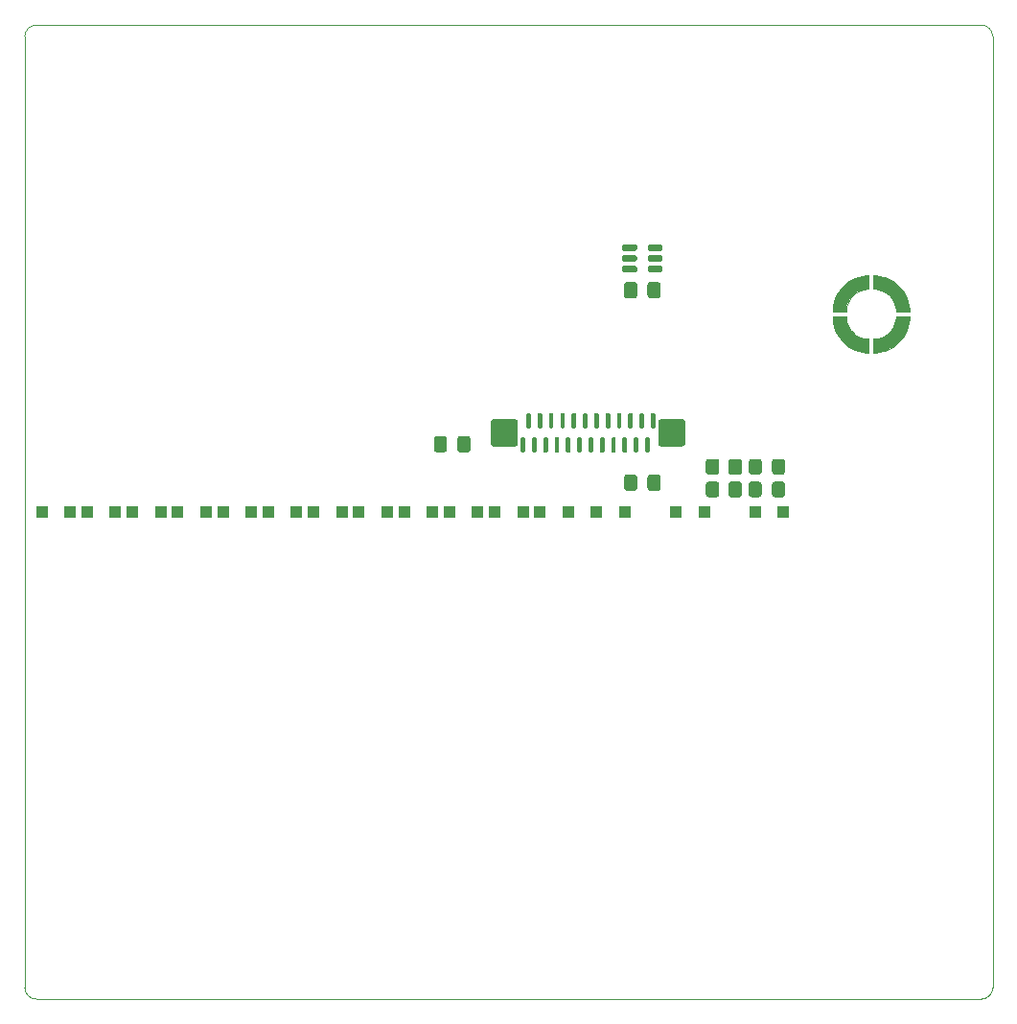
<source format=gtp>
G04 #@! TF.GenerationSoftware,KiCad,Pcbnew,6.0.10+dfsg-1~bpo11+1*
G04 #@! TF.CreationDate,2025-01-07T06:02:24+00:00*
G04 #@! TF.ProjectId,project,70726f6a-6563-4742-9e6b-696361645f70,rev?*
G04 #@! TF.SameCoordinates,Original*
G04 #@! TF.FileFunction,Paste,Top*
G04 #@! TF.FilePolarity,Positive*
%FSLAX46Y46*%
G04 Gerber Fmt 4.6, Leading zero omitted, Abs format (unit mm)*
G04 Created by KiCad (PCBNEW 6.0.10+dfsg-1~bpo11+1) date 2025-01-07 06:02:24*
%MOMM*%
%LPD*%
G01*
G04 APERTURE LIST*
G04 #@! TA.AperFunction,Profile*
%ADD10C,0.100000*%
G04 #@! TD*
%ADD11C,0.120000*%
%ADD12R,1.000000X1.000000*%
G04 APERTURE END LIST*
D10*
X125512500Y-133037500D02*
G75*
G03*
X126512500Y-134037500I1000000J0D01*
G01*
X211012500Y-49037500D02*
X211012500Y-133037500D01*
X210012500Y-134037500D02*
X126512500Y-134037500D01*
X126512500Y-48037500D02*
X210012500Y-48037500D01*
X210012500Y-134037500D02*
G75*
G03*
X211012500Y-133037500I0J1000000D01*
G01*
X211012500Y-49037500D02*
G75*
G03*
X210012500Y-48037500I-1000000J0D01*
G01*
X126512500Y-48037500D02*
G75*
G03*
X125512500Y-49037500I0J-1000000D01*
G01*
X125512500Y-133037500D02*
X125512500Y-49037500D01*
G36*
X203660075Y-73917072D02*
G01*
X203619864Y-74273958D01*
X203539947Y-74624097D01*
X203421329Y-74963087D01*
X203265503Y-75286665D01*
X203074427Y-75590761D01*
X202850504Y-75871551D01*
X202596551Y-76125504D01*
X202315761Y-76349427D01*
X202011665Y-76540503D01*
X201688087Y-76696329D01*
X201349097Y-76814947D01*
X200998958Y-76894864D01*
X200642072Y-76935075D01*
X200462500Y-76937500D01*
X200462500Y-75737500D01*
X200605369Y-75735072D01*
X200888199Y-75694408D01*
X201162363Y-75613906D01*
X201422280Y-75495206D01*
X201662659Y-75340724D01*
X201878605Y-75153605D01*
X202065724Y-74937659D01*
X202220206Y-74697280D01*
X202338906Y-74437363D01*
X202419408Y-74163199D01*
X202460072Y-73880369D01*
X202462500Y-73737500D01*
X203662500Y-73737500D01*
X203660075Y-73917072D01*
G37*
D11*
X203660075Y-73917072D02*
X203619864Y-74273958D01*
X203539947Y-74624097D01*
X203421329Y-74963087D01*
X203265503Y-75286665D01*
X203074427Y-75590761D01*
X202850504Y-75871551D01*
X202596551Y-76125504D01*
X202315761Y-76349427D01*
X202011665Y-76540503D01*
X201688087Y-76696329D01*
X201349097Y-76814947D01*
X200998958Y-76894864D01*
X200642072Y-76935075D01*
X200462500Y-76937500D01*
X200462500Y-75737500D01*
X200605369Y-75735072D01*
X200888199Y-75694408D01*
X201162363Y-75613906D01*
X201422280Y-75495206D01*
X201662659Y-75340724D01*
X201878605Y-75153605D01*
X202065724Y-74937659D01*
X202220206Y-74697280D01*
X202338906Y-74437363D01*
X202419408Y-74163199D01*
X202460072Y-73880369D01*
X202462500Y-73737500D01*
X203662500Y-73737500D01*
X203660075Y-73917072D01*
G36*
X200062500Y-71337500D02*
G01*
X199919631Y-71339928D01*
X199636801Y-71380592D01*
X199362637Y-71461094D01*
X199102720Y-71579794D01*
X198862341Y-71734276D01*
X198646395Y-71921395D01*
X198459276Y-72137341D01*
X198304794Y-72377720D01*
X198186094Y-72637637D01*
X198105592Y-72911801D01*
X198064928Y-73194631D01*
X198062500Y-73337500D01*
X196862500Y-73337500D01*
X196864925Y-73157928D01*
X196905136Y-72801042D01*
X196985053Y-72450903D01*
X197103671Y-72111913D01*
X197259497Y-71788335D01*
X197450573Y-71484239D01*
X197674496Y-71203449D01*
X197928449Y-70949496D01*
X198209239Y-70725573D01*
X198513335Y-70534497D01*
X198836913Y-70378671D01*
X199175903Y-70260053D01*
X199526042Y-70180136D01*
X199882928Y-70139925D01*
X200062500Y-70137500D01*
X200062500Y-71337500D01*
G37*
X200062500Y-71337500D02*
X199919631Y-71339928D01*
X199636801Y-71380592D01*
X199362637Y-71461094D01*
X199102720Y-71579794D01*
X198862341Y-71734276D01*
X198646395Y-71921395D01*
X198459276Y-72137341D01*
X198304794Y-72377720D01*
X198186094Y-72637637D01*
X198105592Y-72911801D01*
X198064928Y-73194631D01*
X198062500Y-73337500D01*
X196862500Y-73337500D01*
X196864925Y-73157928D01*
X196905136Y-72801042D01*
X196985053Y-72450903D01*
X197103671Y-72111913D01*
X197259497Y-71788335D01*
X197450573Y-71484239D01*
X197674496Y-71203449D01*
X197928449Y-70949496D01*
X198209239Y-70725573D01*
X198513335Y-70534497D01*
X198836913Y-70378671D01*
X199175903Y-70260053D01*
X199526042Y-70180136D01*
X199882928Y-70139925D01*
X200062500Y-70137500D01*
X200062500Y-71337500D01*
G36*
X200642067Y-70140017D02*
G01*
X200998942Y-70180227D01*
X201349072Y-70260142D01*
X201688052Y-70378756D01*
X202011620Y-70534579D01*
X202315707Y-70725649D01*
X202596489Y-70949565D01*
X202850435Y-71203511D01*
X203074351Y-71484293D01*
X203265421Y-71788380D01*
X203421244Y-72111948D01*
X203539858Y-72450928D01*
X203619773Y-72801058D01*
X203659983Y-73157933D01*
X203662500Y-73337500D01*
X202462500Y-73337500D01*
X202460072Y-73194631D01*
X202419408Y-72911801D01*
X202338906Y-72637637D01*
X202220206Y-72377720D01*
X202065724Y-72137341D01*
X201878605Y-71921395D01*
X201662659Y-71734276D01*
X201422280Y-71579794D01*
X201162363Y-71461094D01*
X200888199Y-71380592D01*
X200605369Y-71339928D01*
X200462500Y-71337500D01*
X200462500Y-70137500D01*
X200642067Y-70140017D01*
G37*
X200642067Y-70140017D02*
X200998942Y-70180227D01*
X201349072Y-70260142D01*
X201688052Y-70378756D01*
X202011620Y-70534579D01*
X202315707Y-70725649D01*
X202596489Y-70949565D01*
X202850435Y-71203511D01*
X203074351Y-71484293D01*
X203265421Y-71788380D01*
X203421244Y-72111948D01*
X203539858Y-72450928D01*
X203619773Y-72801058D01*
X203659983Y-73157933D01*
X203662500Y-73337500D01*
X202462500Y-73337500D01*
X202460072Y-73194631D01*
X202419408Y-72911801D01*
X202338906Y-72637637D01*
X202220206Y-72377720D01*
X202065724Y-72137341D01*
X201878605Y-71921395D01*
X201662659Y-71734276D01*
X201422280Y-71579794D01*
X201162363Y-71461094D01*
X200888199Y-71380592D01*
X200605369Y-71339928D01*
X200462500Y-71337500D01*
X200462500Y-70137500D01*
X200642067Y-70140017D01*
G36*
X198064928Y-73880369D02*
G01*
X198105592Y-74163199D01*
X198186094Y-74437363D01*
X198304794Y-74697280D01*
X198459276Y-74937659D01*
X198646395Y-75153605D01*
X198862341Y-75340724D01*
X199102720Y-75495206D01*
X199362637Y-75613906D01*
X199636801Y-75694408D01*
X199919631Y-75735072D01*
X200062500Y-75737500D01*
X200062500Y-76937500D01*
X199882928Y-76935075D01*
X199526042Y-76894864D01*
X199175903Y-76814947D01*
X198836913Y-76696329D01*
X198513335Y-76540503D01*
X198209239Y-76349427D01*
X197928449Y-76125504D01*
X197674496Y-75871551D01*
X197450573Y-75590761D01*
X197259497Y-75286665D01*
X197103671Y-74963087D01*
X196985053Y-74624097D01*
X196905136Y-74273958D01*
X196864925Y-73917072D01*
X196862500Y-73737500D01*
X198062500Y-73737500D01*
X198064928Y-73880369D01*
G37*
X198064928Y-73880369D02*
X198105592Y-74163199D01*
X198186094Y-74437363D01*
X198304794Y-74697280D01*
X198459276Y-74937659D01*
X198646395Y-75153605D01*
X198862341Y-75340724D01*
X199102720Y-75495206D01*
X199362637Y-75613906D01*
X199636801Y-75694408D01*
X199919631Y-75735072D01*
X200062500Y-75737500D01*
X200062500Y-76937500D01*
X199882928Y-76935075D01*
X199526042Y-76894864D01*
X199175903Y-76814947D01*
X198836913Y-76696329D01*
X198513335Y-76540503D01*
X198209239Y-76349427D01*
X197928449Y-76125504D01*
X197674496Y-75871551D01*
X197450573Y-75590761D01*
X197259497Y-75286665D01*
X197103671Y-74963087D01*
X196985053Y-74624097D01*
X196905136Y-74273958D01*
X196864925Y-73917072D01*
X196862500Y-73737500D01*
X198062500Y-73737500D01*
X198064928Y-73880369D01*
D12*
X139012500Y-91037500D03*
X141512500Y-91037500D03*
X147012500Y-91037500D03*
X149512500Y-91037500D03*
X153512500Y-91037500D03*
X151012500Y-91037500D03*
G36*
G01*
X192662500Y-88587500D02*
X192662500Y-89487500D01*
G75*
G02*
X192412500Y-89737500I-250000J0D01*
G01*
X191762500Y-89737500D01*
G75*
G02*
X191512500Y-89487500I0J250000D01*
G01*
X191512500Y-88587500D01*
G75*
G02*
X191762500Y-88337500I250000J0D01*
G01*
X192412500Y-88337500D01*
G75*
G02*
X192662500Y-88587500I0J-250000D01*
G01*
G37*
G36*
G01*
X190612500Y-88587500D02*
X190612500Y-89487500D01*
G75*
G02*
X190362500Y-89737500I-250000J0D01*
G01*
X189712500Y-89737500D01*
G75*
G02*
X189462500Y-89487500I0J250000D01*
G01*
X189462500Y-88587500D01*
G75*
G02*
X189712500Y-88337500I250000J0D01*
G01*
X190362500Y-88337500D01*
G75*
G02*
X190612500Y-88587500I0J-250000D01*
G01*
G37*
X161512500Y-91037500D03*
X159012500Y-91037500D03*
G36*
G01*
X178262500Y-67837500D02*
X178262500Y-67537500D01*
G75*
G02*
X178412500Y-67387500I150000J0D01*
G01*
X179437500Y-67387500D01*
G75*
G02*
X179587500Y-67537500I0J-150000D01*
G01*
X179587500Y-67837500D01*
G75*
G02*
X179437500Y-67987500I-150000J0D01*
G01*
X178412500Y-67987500D01*
G75*
G02*
X178262500Y-67837500I0J150000D01*
G01*
G37*
G36*
G01*
X178262500Y-68787500D02*
X178262500Y-68487500D01*
G75*
G02*
X178412500Y-68337500I150000J0D01*
G01*
X179437500Y-68337500D01*
G75*
G02*
X179587500Y-68487500I0J-150000D01*
G01*
X179587500Y-68787500D01*
G75*
G02*
X179437500Y-68937500I-150000J0D01*
G01*
X178412500Y-68937500D01*
G75*
G02*
X178262500Y-68787500I0J150000D01*
G01*
G37*
G36*
G01*
X178262500Y-69737500D02*
X178262500Y-69437500D01*
G75*
G02*
X178412500Y-69287500I150000J0D01*
G01*
X179437500Y-69287500D01*
G75*
G02*
X179587500Y-69437500I0J-150000D01*
G01*
X179587500Y-69737500D01*
G75*
G02*
X179437500Y-69887500I-150000J0D01*
G01*
X178412500Y-69887500D01*
G75*
G02*
X178262500Y-69737500I0J150000D01*
G01*
G37*
G36*
G01*
X180537500Y-69737500D02*
X180537500Y-69437500D01*
G75*
G02*
X180687500Y-69287500I150000J0D01*
G01*
X181712500Y-69287500D01*
G75*
G02*
X181862500Y-69437500I0J-150000D01*
G01*
X181862500Y-69737500D01*
G75*
G02*
X181712500Y-69887500I-150000J0D01*
G01*
X180687500Y-69887500D01*
G75*
G02*
X180537500Y-69737500I0J150000D01*
G01*
G37*
G36*
G01*
X180537500Y-68787500D02*
X180537500Y-68487500D01*
G75*
G02*
X180687500Y-68337500I150000J0D01*
G01*
X181712500Y-68337500D01*
G75*
G02*
X181862500Y-68487500I0J-150000D01*
G01*
X181862500Y-68787500D01*
G75*
G02*
X181712500Y-68937500I-150000J0D01*
G01*
X180687500Y-68937500D01*
G75*
G02*
X180537500Y-68787500I0J150000D01*
G01*
G37*
G36*
G01*
X180537500Y-67837500D02*
X180537500Y-67537500D01*
G75*
G02*
X180687500Y-67387500I150000J0D01*
G01*
X181712500Y-67387500D01*
G75*
G02*
X181862500Y-67537500I0J-150000D01*
G01*
X181862500Y-67837500D01*
G75*
G02*
X181712500Y-67987500I-150000J0D01*
G01*
X180687500Y-67987500D01*
G75*
G02*
X180537500Y-67837500I0J150000D01*
G01*
G37*
X163012500Y-91037500D03*
X165512500Y-91037500D03*
G36*
G01*
X185662500Y-87487500D02*
X185662500Y-86587500D01*
G75*
G02*
X185912500Y-86337500I250000J0D01*
G01*
X186612500Y-86337500D01*
G75*
G02*
X186862500Y-86587500I0J-250000D01*
G01*
X186862500Y-87487500D01*
G75*
G02*
X186612500Y-87737500I-250000J0D01*
G01*
X185912500Y-87737500D01*
G75*
G02*
X185662500Y-87487500I0J250000D01*
G01*
G37*
G36*
G01*
X187662500Y-87487500D02*
X187662500Y-86587500D01*
G75*
G02*
X187912500Y-86337500I250000J0D01*
G01*
X188612500Y-86337500D01*
G75*
G02*
X188862500Y-86587500I0J-250000D01*
G01*
X188862500Y-87487500D01*
G75*
G02*
X188612500Y-87737500I-250000J0D01*
G01*
X187912500Y-87737500D01*
G75*
G02*
X187662500Y-87487500I0J250000D01*
G01*
G37*
G36*
G01*
X161637500Y-85512500D02*
X161637500Y-84562500D01*
G75*
G02*
X161887500Y-84312500I250000J0D01*
G01*
X162562500Y-84312500D01*
G75*
G02*
X162812500Y-84562500I0J-250000D01*
G01*
X162812500Y-85512500D01*
G75*
G02*
X162562500Y-85762500I-250000J0D01*
G01*
X161887500Y-85762500D01*
G75*
G02*
X161637500Y-85512500I0J250000D01*
G01*
G37*
G36*
G01*
X163712500Y-85512500D02*
X163712500Y-84562500D01*
G75*
G02*
X163962500Y-84312500I250000J0D01*
G01*
X164637500Y-84312500D01*
G75*
G02*
X164887500Y-84562500I0J-250000D01*
G01*
X164887500Y-85512500D01*
G75*
G02*
X164637500Y-85762500I-250000J0D01*
G01*
X163962500Y-85762500D01*
G75*
G02*
X163712500Y-85512500I0J250000D01*
G01*
G37*
G36*
G01*
X169712500Y-84537500D02*
X169712500Y-85687500D01*
G75*
G02*
X169612500Y-85787500I-100000J0D01*
G01*
X169412500Y-85787500D01*
G75*
G02*
X169312500Y-85687500I0J100000D01*
G01*
X169312500Y-84537500D01*
G75*
G02*
X169412500Y-84437500I100000J0D01*
G01*
X169612500Y-84437500D01*
G75*
G02*
X169712500Y-84537500I0J-100000D01*
G01*
G37*
G36*
G01*
X170212500Y-82387500D02*
X170212500Y-83537500D01*
G75*
G02*
X170112500Y-83637500I-100000J0D01*
G01*
X169912500Y-83637500D01*
G75*
G02*
X169812500Y-83537500I0J100000D01*
G01*
X169812500Y-82387500D01*
G75*
G02*
X169912500Y-82287500I100000J0D01*
G01*
X170112500Y-82287500D01*
G75*
G02*
X170212500Y-82387500I0J-100000D01*
G01*
G37*
G36*
G01*
X170712500Y-84537500D02*
X170712500Y-85687500D01*
G75*
G02*
X170612500Y-85787500I-100000J0D01*
G01*
X170412500Y-85787500D01*
G75*
G02*
X170312500Y-85687500I0J100000D01*
G01*
X170312500Y-84537500D01*
G75*
G02*
X170412500Y-84437500I100000J0D01*
G01*
X170612500Y-84437500D01*
G75*
G02*
X170712500Y-84537500I0J-100000D01*
G01*
G37*
G36*
G01*
X171212500Y-82387500D02*
X171212500Y-83537500D01*
G75*
G02*
X171112500Y-83637500I-100000J0D01*
G01*
X170912500Y-83637500D01*
G75*
G02*
X170812500Y-83537500I0J100000D01*
G01*
X170812500Y-82387500D01*
G75*
G02*
X170912500Y-82287500I100000J0D01*
G01*
X171112500Y-82287500D01*
G75*
G02*
X171212500Y-82387500I0J-100000D01*
G01*
G37*
G36*
G01*
X171712500Y-84537500D02*
X171712500Y-85687500D01*
G75*
G02*
X171612500Y-85787500I-100000J0D01*
G01*
X171412500Y-85787500D01*
G75*
G02*
X171312500Y-85687500I0J100000D01*
G01*
X171312500Y-84537500D01*
G75*
G02*
X171412500Y-84437500I100000J0D01*
G01*
X171612500Y-84437500D01*
G75*
G02*
X171712500Y-84537500I0J-100000D01*
G01*
G37*
G36*
G01*
X172212500Y-82387500D02*
X172212500Y-83537500D01*
G75*
G02*
X172112500Y-83637500I-100000J0D01*
G01*
X171912500Y-83637500D01*
G75*
G02*
X171812500Y-83537500I0J100000D01*
G01*
X171812500Y-82387500D01*
G75*
G02*
X171912500Y-82287500I100000J0D01*
G01*
X172112500Y-82287500D01*
G75*
G02*
X172212500Y-82387500I0J-100000D01*
G01*
G37*
G36*
G01*
X172712500Y-84537500D02*
X172712500Y-85687500D01*
G75*
G02*
X172612500Y-85787500I-100000J0D01*
G01*
X172412500Y-85787500D01*
G75*
G02*
X172312500Y-85687500I0J100000D01*
G01*
X172312500Y-84537500D01*
G75*
G02*
X172412500Y-84437500I100000J0D01*
G01*
X172612500Y-84437500D01*
G75*
G02*
X172712500Y-84537500I0J-100000D01*
G01*
G37*
G36*
G01*
X173212500Y-82387500D02*
X173212500Y-83537500D01*
G75*
G02*
X173112500Y-83637500I-100000J0D01*
G01*
X172912500Y-83637500D01*
G75*
G02*
X172812500Y-83537500I0J100000D01*
G01*
X172812500Y-82387500D01*
G75*
G02*
X172912500Y-82287500I100000J0D01*
G01*
X173112500Y-82287500D01*
G75*
G02*
X173212500Y-82387500I0J-100000D01*
G01*
G37*
G36*
G01*
X173712500Y-84537500D02*
X173712500Y-85687500D01*
G75*
G02*
X173612500Y-85787500I-100000J0D01*
G01*
X173412500Y-85787500D01*
G75*
G02*
X173312500Y-85687500I0J100000D01*
G01*
X173312500Y-84537500D01*
G75*
G02*
X173412500Y-84437500I100000J0D01*
G01*
X173612500Y-84437500D01*
G75*
G02*
X173712500Y-84537500I0J-100000D01*
G01*
G37*
G36*
G01*
X174212500Y-82387500D02*
X174212500Y-83537500D01*
G75*
G02*
X174112500Y-83637500I-100000J0D01*
G01*
X173912500Y-83637500D01*
G75*
G02*
X173812500Y-83537500I0J100000D01*
G01*
X173812500Y-82387500D01*
G75*
G02*
X173912500Y-82287500I100000J0D01*
G01*
X174112500Y-82287500D01*
G75*
G02*
X174212500Y-82387500I0J-100000D01*
G01*
G37*
G36*
G01*
X174712500Y-84537500D02*
X174712500Y-85687500D01*
G75*
G02*
X174612500Y-85787500I-100000J0D01*
G01*
X174412500Y-85787500D01*
G75*
G02*
X174312500Y-85687500I0J100000D01*
G01*
X174312500Y-84537500D01*
G75*
G02*
X174412500Y-84437500I100000J0D01*
G01*
X174612500Y-84437500D01*
G75*
G02*
X174712500Y-84537500I0J-100000D01*
G01*
G37*
G36*
G01*
X175212500Y-82387500D02*
X175212500Y-83537500D01*
G75*
G02*
X175112500Y-83637500I-100000J0D01*
G01*
X174912500Y-83637500D01*
G75*
G02*
X174812500Y-83537500I0J100000D01*
G01*
X174812500Y-82387500D01*
G75*
G02*
X174912500Y-82287500I100000J0D01*
G01*
X175112500Y-82287500D01*
G75*
G02*
X175212500Y-82387500I0J-100000D01*
G01*
G37*
G36*
G01*
X175712500Y-84537500D02*
X175712500Y-85687500D01*
G75*
G02*
X175612500Y-85787500I-100000J0D01*
G01*
X175412500Y-85787500D01*
G75*
G02*
X175312500Y-85687500I0J100000D01*
G01*
X175312500Y-84537500D01*
G75*
G02*
X175412500Y-84437500I100000J0D01*
G01*
X175612500Y-84437500D01*
G75*
G02*
X175712500Y-84537500I0J-100000D01*
G01*
G37*
G36*
G01*
X176212500Y-82387500D02*
X176212500Y-83537500D01*
G75*
G02*
X176112500Y-83637500I-100000J0D01*
G01*
X175912500Y-83637500D01*
G75*
G02*
X175812500Y-83537500I0J100000D01*
G01*
X175812500Y-82387500D01*
G75*
G02*
X175912500Y-82287500I100000J0D01*
G01*
X176112500Y-82287500D01*
G75*
G02*
X176212500Y-82387500I0J-100000D01*
G01*
G37*
G36*
G01*
X176712500Y-84537500D02*
X176712500Y-85687500D01*
G75*
G02*
X176612500Y-85787500I-100000J0D01*
G01*
X176412500Y-85787500D01*
G75*
G02*
X176312500Y-85687500I0J100000D01*
G01*
X176312500Y-84537500D01*
G75*
G02*
X176412500Y-84437500I100000J0D01*
G01*
X176612500Y-84437500D01*
G75*
G02*
X176712500Y-84537500I0J-100000D01*
G01*
G37*
G36*
G01*
X177212500Y-82387500D02*
X177212500Y-83537500D01*
G75*
G02*
X177112500Y-83637500I-100000J0D01*
G01*
X176912500Y-83637500D01*
G75*
G02*
X176812500Y-83537500I0J100000D01*
G01*
X176812500Y-82387500D01*
G75*
G02*
X176912500Y-82287500I100000J0D01*
G01*
X177112500Y-82287500D01*
G75*
G02*
X177212500Y-82387500I0J-100000D01*
G01*
G37*
G36*
G01*
X177712500Y-84537500D02*
X177712500Y-85687500D01*
G75*
G02*
X177612500Y-85787500I-100000J0D01*
G01*
X177412500Y-85787500D01*
G75*
G02*
X177312500Y-85687500I0J100000D01*
G01*
X177312500Y-84537500D01*
G75*
G02*
X177412500Y-84437500I100000J0D01*
G01*
X177612500Y-84437500D01*
G75*
G02*
X177712500Y-84537500I0J-100000D01*
G01*
G37*
G36*
G01*
X178212500Y-82387500D02*
X178212500Y-83537500D01*
G75*
G02*
X178112500Y-83637500I-100000J0D01*
G01*
X177912500Y-83637500D01*
G75*
G02*
X177812500Y-83537500I0J100000D01*
G01*
X177812500Y-82387500D01*
G75*
G02*
X177912500Y-82287500I100000J0D01*
G01*
X178112500Y-82287500D01*
G75*
G02*
X178212500Y-82387500I0J-100000D01*
G01*
G37*
G36*
G01*
X178712500Y-84537500D02*
X178712500Y-85687500D01*
G75*
G02*
X178612500Y-85787500I-100000J0D01*
G01*
X178412500Y-85787500D01*
G75*
G02*
X178312500Y-85687500I0J100000D01*
G01*
X178312500Y-84537500D01*
G75*
G02*
X178412500Y-84437500I100000J0D01*
G01*
X178612500Y-84437500D01*
G75*
G02*
X178712500Y-84537500I0J-100000D01*
G01*
G37*
G36*
G01*
X179212500Y-82387500D02*
X179212500Y-83537500D01*
G75*
G02*
X179112500Y-83637500I-100000J0D01*
G01*
X178912500Y-83637500D01*
G75*
G02*
X178812500Y-83537500I0J100000D01*
G01*
X178812500Y-82387500D01*
G75*
G02*
X178912500Y-82287500I100000J0D01*
G01*
X179112500Y-82287500D01*
G75*
G02*
X179212500Y-82387500I0J-100000D01*
G01*
G37*
G36*
G01*
X179712500Y-84537500D02*
X179712500Y-85687500D01*
G75*
G02*
X179612500Y-85787500I-100000J0D01*
G01*
X179412500Y-85787500D01*
G75*
G02*
X179312500Y-85687500I0J100000D01*
G01*
X179312500Y-84537500D01*
G75*
G02*
X179412500Y-84437500I100000J0D01*
G01*
X179612500Y-84437500D01*
G75*
G02*
X179712500Y-84537500I0J-100000D01*
G01*
G37*
G36*
G01*
X180212500Y-82387500D02*
X180212500Y-83537500D01*
G75*
G02*
X180112500Y-83637500I-100000J0D01*
G01*
X179912500Y-83637500D01*
G75*
G02*
X179812500Y-83537500I0J100000D01*
G01*
X179812500Y-82387500D01*
G75*
G02*
X179912500Y-82287500I100000J0D01*
G01*
X180112500Y-82287500D01*
G75*
G02*
X180212500Y-82387500I0J-100000D01*
G01*
G37*
G36*
G01*
X180712500Y-84537500D02*
X180712500Y-85687500D01*
G75*
G02*
X180612500Y-85787500I-100000J0D01*
G01*
X180412500Y-85787500D01*
G75*
G02*
X180312500Y-85687500I0J100000D01*
G01*
X180312500Y-84537500D01*
G75*
G02*
X180412500Y-84437500I100000J0D01*
G01*
X180612500Y-84437500D01*
G75*
G02*
X180712500Y-84537500I0J-100000D01*
G01*
G37*
G36*
G01*
X181212500Y-82387500D02*
X181212500Y-83537500D01*
G75*
G02*
X181112500Y-83637500I-100000J0D01*
G01*
X180912500Y-83637500D01*
G75*
G02*
X180812500Y-83537500I0J100000D01*
G01*
X180812500Y-82387500D01*
G75*
G02*
X180912500Y-82287500I100000J0D01*
G01*
X181112500Y-82287500D01*
G75*
G02*
X181212500Y-82387500I0J-100000D01*
G01*
G37*
G36*
G01*
X169062500Y-83077500D02*
X169062500Y-84997500D01*
G75*
G02*
X168822500Y-85237500I-240000J0D01*
G01*
X166902500Y-85237500D01*
G75*
G02*
X166662500Y-84997500I0J240000D01*
G01*
X166662500Y-83077500D01*
G75*
G02*
X166902500Y-82837500I240000J0D01*
G01*
X168822500Y-82837500D01*
G75*
G02*
X169062500Y-83077500I0J-240000D01*
G01*
G37*
G36*
G01*
X183862500Y-83077500D02*
X183862500Y-84997500D01*
G75*
G02*
X183622500Y-85237500I-240000J0D01*
G01*
X181702500Y-85237500D01*
G75*
G02*
X181462500Y-84997500I0J240000D01*
G01*
X181462500Y-83077500D01*
G75*
G02*
X181702500Y-82837500I240000J0D01*
G01*
X183622500Y-82837500D01*
G75*
G02*
X183862500Y-83077500I0J-240000D01*
G01*
G37*
X145512500Y-91037500D03*
X143012500Y-91037500D03*
G36*
G01*
X185662500Y-89487500D02*
X185662500Y-88587500D01*
G75*
G02*
X185912500Y-88337500I250000J0D01*
G01*
X186612500Y-88337500D01*
G75*
G02*
X186862500Y-88587500I0J-250000D01*
G01*
X186862500Y-89487500D01*
G75*
G02*
X186612500Y-89737500I-250000J0D01*
G01*
X185912500Y-89737500D01*
G75*
G02*
X185662500Y-89487500I0J250000D01*
G01*
G37*
G36*
G01*
X187662500Y-89487500D02*
X187662500Y-88587500D01*
G75*
G02*
X187912500Y-88337500I250000J0D01*
G01*
X188612500Y-88337500D01*
G75*
G02*
X188862500Y-88587500I0J-250000D01*
G01*
X188862500Y-89487500D01*
G75*
G02*
X188612500Y-89737500I-250000J0D01*
G01*
X187912500Y-89737500D01*
G75*
G02*
X187662500Y-89487500I0J250000D01*
G01*
G37*
X131012500Y-91037500D03*
X133512500Y-91037500D03*
X129512500Y-91037500D03*
X127012500Y-91037500D03*
X178512500Y-91037500D03*
X176012500Y-91037500D03*
X185512500Y-91037500D03*
X183012500Y-91037500D03*
G36*
G01*
X192662500Y-86587500D02*
X192662500Y-87487500D01*
G75*
G02*
X192412500Y-87737500I-250000J0D01*
G01*
X191762500Y-87737500D01*
G75*
G02*
X191512500Y-87487500I0J250000D01*
G01*
X191512500Y-86587500D01*
G75*
G02*
X191762500Y-86337500I250000J0D01*
G01*
X192412500Y-86337500D01*
G75*
G02*
X192662500Y-86587500I0J-250000D01*
G01*
G37*
G36*
G01*
X190612500Y-86587500D02*
X190612500Y-87487500D01*
G75*
G02*
X190362500Y-87737500I-250000J0D01*
G01*
X189712500Y-87737500D01*
G75*
G02*
X189462500Y-87487500I0J250000D01*
G01*
X189462500Y-86587500D01*
G75*
G02*
X189712500Y-86337500I250000J0D01*
G01*
X190362500Y-86337500D01*
G75*
G02*
X190612500Y-86587500I0J-250000D01*
G01*
G37*
X173512500Y-91037500D03*
X171012500Y-91037500D03*
G36*
G01*
X181687500Y-70962500D02*
X181687500Y-71912500D01*
G75*
G02*
X181437500Y-72162500I-250000J0D01*
G01*
X180762500Y-72162500D01*
G75*
G02*
X180512500Y-71912500I0J250000D01*
G01*
X180512500Y-70962500D01*
G75*
G02*
X180762500Y-70712500I250000J0D01*
G01*
X181437500Y-70712500D01*
G75*
G02*
X181687500Y-70962500I0J-250000D01*
G01*
G37*
G36*
G01*
X179612500Y-70962500D02*
X179612500Y-71912500D01*
G75*
G02*
X179362500Y-72162500I-250000J0D01*
G01*
X178687500Y-72162500D01*
G75*
G02*
X178437500Y-71912500I0J250000D01*
G01*
X178437500Y-70962500D01*
G75*
G02*
X178687500Y-70712500I250000J0D01*
G01*
X179362500Y-70712500D01*
G75*
G02*
X179612500Y-70962500I0J-250000D01*
G01*
G37*
X155012500Y-91037500D03*
X157512500Y-91037500D03*
X169512500Y-91037500D03*
X167012500Y-91037500D03*
X192512500Y-91037500D03*
X190012500Y-91037500D03*
G36*
G01*
X178437500Y-88912500D02*
X178437500Y-87962500D01*
G75*
G02*
X178687500Y-87712500I250000J0D01*
G01*
X179362500Y-87712500D01*
G75*
G02*
X179612500Y-87962500I0J-250000D01*
G01*
X179612500Y-88912500D01*
G75*
G02*
X179362500Y-89162500I-250000J0D01*
G01*
X178687500Y-89162500D01*
G75*
G02*
X178437500Y-88912500I0J250000D01*
G01*
G37*
G36*
G01*
X180512500Y-88912500D02*
X180512500Y-87962500D01*
G75*
G02*
X180762500Y-87712500I250000J0D01*
G01*
X181437500Y-87712500D01*
G75*
G02*
X181687500Y-87962500I0J-250000D01*
G01*
X181687500Y-88912500D01*
G75*
G02*
X181437500Y-89162500I-250000J0D01*
G01*
X180762500Y-89162500D01*
G75*
G02*
X180512500Y-88912500I0J250000D01*
G01*
G37*
X137512500Y-91037500D03*
X135012500Y-91037500D03*
M02*

</source>
